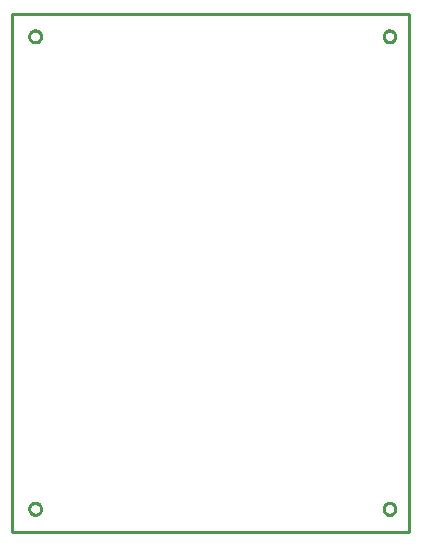
<source format=gbr>
G04 EAGLE Gerber X2 export*
%TF.Part,Single*%
%TF.FileFunction,Profile,NP*%
%TF.FilePolarity,Positive*%
%TF.GenerationSoftware,Autodesk,EAGLE,9.1.0*%
%TF.CreationDate,2018-11-27T18:12:10Z*%
G75*
%MOMM*%
%FSLAX34Y34*%
%LPD*%
%AMOC8*
5,1,8,0,0,1.08239X$1,22.5*%
G01*
%ADD10C,0.254000*%


D10*
X0Y0D02*
X336900Y0D01*
X336900Y439000D01*
X0Y439000D01*
X0Y0D01*
X25000Y419719D02*
X24937Y419161D01*
X24812Y418614D01*
X24627Y418084D01*
X24383Y417578D01*
X24084Y417102D01*
X23734Y416663D01*
X23337Y416266D01*
X22898Y415916D01*
X22422Y415617D01*
X21916Y415373D01*
X21386Y415188D01*
X20839Y415063D01*
X20281Y415000D01*
X19719Y415000D01*
X19161Y415063D01*
X18614Y415188D01*
X18084Y415373D01*
X17578Y415617D01*
X17102Y415916D01*
X16663Y416266D01*
X16266Y416663D01*
X15916Y417102D01*
X15617Y417578D01*
X15373Y418084D01*
X15188Y418614D01*
X15063Y419161D01*
X15000Y419719D01*
X15000Y420281D01*
X15063Y420839D01*
X15188Y421386D01*
X15373Y421916D01*
X15617Y422422D01*
X15916Y422898D01*
X16266Y423337D01*
X16663Y423734D01*
X17102Y424084D01*
X17578Y424383D01*
X18084Y424627D01*
X18614Y424812D01*
X19161Y424937D01*
X19719Y425000D01*
X20281Y425000D01*
X20839Y424937D01*
X21386Y424812D01*
X21916Y424627D01*
X22422Y424383D01*
X22898Y424084D01*
X23337Y423734D01*
X23734Y423337D01*
X24084Y422898D01*
X24383Y422422D01*
X24627Y421916D01*
X24812Y421386D01*
X24937Y420839D01*
X25000Y420281D01*
X25000Y419719D01*
X25000Y19719D02*
X24937Y19161D01*
X24812Y18614D01*
X24627Y18084D01*
X24383Y17578D01*
X24084Y17102D01*
X23734Y16663D01*
X23337Y16266D01*
X22898Y15916D01*
X22422Y15617D01*
X21916Y15373D01*
X21386Y15188D01*
X20839Y15063D01*
X20281Y15000D01*
X19719Y15000D01*
X19161Y15063D01*
X18614Y15188D01*
X18084Y15373D01*
X17578Y15617D01*
X17102Y15916D01*
X16663Y16266D01*
X16266Y16663D01*
X15916Y17102D01*
X15617Y17578D01*
X15373Y18084D01*
X15188Y18614D01*
X15063Y19161D01*
X15000Y19719D01*
X15000Y20281D01*
X15063Y20839D01*
X15188Y21386D01*
X15373Y21916D01*
X15617Y22422D01*
X15916Y22898D01*
X16266Y23337D01*
X16663Y23734D01*
X17102Y24084D01*
X17578Y24383D01*
X18084Y24627D01*
X18614Y24812D01*
X19161Y24937D01*
X19719Y25000D01*
X20281Y25000D01*
X20839Y24937D01*
X21386Y24812D01*
X21916Y24627D01*
X22422Y24383D01*
X22898Y24084D01*
X23337Y23734D01*
X23734Y23337D01*
X24084Y22898D01*
X24383Y22422D01*
X24627Y21916D01*
X24812Y21386D01*
X24937Y20839D01*
X25000Y20281D01*
X25000Y19719D01*
X325000Y419719D02*
X324937Y419161D01*
X324812Y418614D01*
X324627Y418084D01*
X324383Y417578D01*
X324084Y417102D01*
X323734Y416663D01*
X323337Y416266D01*
X322898Y415916D01*
X322422Y415617D01*
X321916Y415373D01*
X321386Y415188D01*
X320839Y415063D01*
X320281Y415000D01*
X319719Y415000D01*
X319161Y415063D01*
X318614Y415188D01*
X318084Y415373D01*
X317578Y415617D01*
X317102Y415916D01*
X316663Y416266D01*
X316266Y416663D01*
X315916Y417102D01*
X315617Y417578D01*
X315373Y418084D01*
X315188Y418614D01*
X315063Y419161D01*
X315000Y419719D01*
X315000Y420281D01*
X315063Y420839D01*
X315188Y421386D01*
X315373Y421916D01*
X315617Y422422D01*
X315916Y422898D01*
X316266Y423337D01*
X316663Y423734D01*
X317102Y424084D01*
X317578Y424383D01*
X318084Y424627D01*
X318614Y424812D01*
X319161Y424937D01*
X319719Y425000D01*
X320281Y425000D01*
X320839Y424937D01*
X321386Y424812D01*
X321916Y424627D01*
X322422Y424383D01*
X322898Y424084D01*
X323337Y423734D01*
X323734Y423337D01*
X324084Y422898D01*
X324383Y422422D01*
X324627Y421916D01*
X324812Y421386D01*
X324937Y420839D01*
X325000Y420281D01*
X325000Y419719D01*
X325000Y19719D02*
X324937Y19161D01*
X324812Y18614D01*
X324627Y18084D01*
X324383Y17578D01*
X324084Y17102D01*
X323734Y16663D01*
X323337Y16266D01*
X322898Y15916D01*
X322422Y15617D01*
X321916Y15373D01*
X321386Y15188D01*
X320839Y15063D01*
X320281Y15000D01*
X319719Y15000D01*
X319161Y15063D01*
X318614Y15188D01*
X318084Y15373D01*
X317578Y15617D01*
X317102Y15916D01*
X316663Y16266D01*
X316266Y16663D01*
X315916Y17102D01*
X315617Y17578D01*
X315373Y18084D01*
X315188Y18614D01*
X315063Y19161D01*
X315000Y19719D01*
X315000Y20281D01*
X315063Y20839D01*
X315188Y21386D01*
X315373Y21916D01*
X315617Y22422D01*
X315916Y22898D01*
X316266Y23337D01*
X316663Y23734D01*
X317102Y24084D01*
X317578Y24383D01*
X318084Y24627D01*
X318614Y24812D01*
X319161Y24937D01*
X319719Y25000D01*
X320281Y25000D01*
X320839Y24937D01*
X321386Y24812D01*
X321916Y24627D01*
X322422Y24383D01*
X322898Y24084D01*
X323337Y23734D01*
X323734Y23337D01*
X324084Y22898D01*
X324383Y22422D01*
X324627Y21916D01*
X324812Y21386D01*
X324937Y20839D01*
X325000Y20281D01*
X325000Y19719D01*
M02*

</source>
